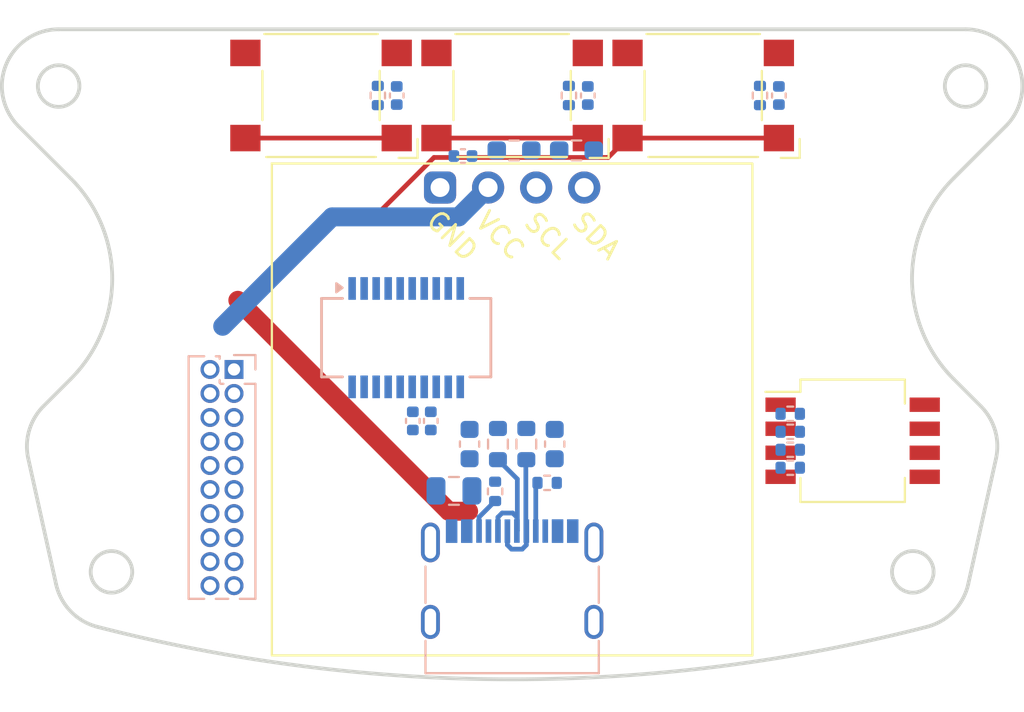
<source format=kicad_pcb>
(kicad_pcb (version 20221018) (generator pcbnew)
  (layers (0 "F.Cu" signal) (31 "B.Cu" signal) (34 "B.Paste" user) (35 "F.Paste" user) (36 "B.SilkS" user "B.Silkscreen") (37 "F.SilkS" user "F.Silkscreen") (38 "B.Mask" user) (39 "F.Mask" user) (44 "Edge.Cuts" user))
  (net 0 "")
  (net 1 "GNDD")
  (net 2 "VBUS")
  (net 3 "+3.3V")
  (net 4 "TactSW0")
  (net 5 "TactSW1")
  (net 6 "TactSW2")
  (net 7 "Net-(U3-3V3OUT)")
  (net 8 "Net-(C13-Pad1)")
  (net 9 "Net-(C14-Pad1)")
  (net 30 "Net-(J2-CC1)")
  (net 32 "Net-(J2-CC2)")
  (net 34 "I2C_SCL")
  (net 35 "I2C_SDA")
  (net 36 "DIPSW0")
  (net 37 "DIPSW1")
  (net 38 "DIPSW2")
  (net 39 "DIPSW3")
  (net 40 "Net-(U3-USBDP)")
  (net 41 "Net-(U3-USBDM)")
  (net 44 "TweWriteRX_TweTX")
  (net 49 "RST_Twe")
  (net 52 "PRG_Twe")
  (net 53 "TweWriteTX_TweRX")
  (footprint "Button_Switch_SMD:SW_DIP_SPSTx04_Slide_Copal_CHS-04B_W7.62mm_P1.27mm" (layer "F.Cu") (at 18 21.75)
    (fp_text reference "SW4" hide)
    (fp_text value "SW_DIP_x04")
    (fp_line (start -4.61 -2.585) (end -2.76 -2.585) (stroke (width 0.12)) (layer "F.SilkS"))
    (fp_line (start -2.76 -3.235) (end -2.76 -2.585) (stroke (width 0.12)) (layer "F.SilkS"))
    (fp_line (start -2.76 -3.235) (end 2.76 -3.235) (stroke (width 0.12)) (layer "F.SilkS"))
    (fp_line (start -2.76 1.965) (end -2.76 3.235) (stroke (width 0.12)) (layer "F.SilkS"))
    (fp_line (start -2.76 3.235) (end 2.76 3.235) (stroke (width 0.12)) (layer "F.SilkS"))
    (fp_line (start 2.76 -3.235) (end 2.76 -1.966) (stroke (width 0.12)) (layer "F.SilkS"))
    (fp_line (start 2.76 1.965) (end 2.76 3.235) (stroke (width 0.12)) (layer "F.SilkS"))
    (pad "1" smd rect (at -3.81 -1.905) (size 1.6 0.76) (layers "F.Cu" "F.Paste" "F.Mask") (net 36 "DIPSW0"))
    (pad "2" smd rect (at -3.81 -0.635) (size 1.6 0.76) (layers "F.Cu" "F.Paste" "F.Mask") (net 37 "DIPSW1"))
    (pad "3" smd rect (at -3.81 0.635) (size 1.6 0.76) (layers "F.Cu" "F.Paste" "F.Mask") (net 38 "DIPSW2"))
    (pad "4" smd rect (at -3.81 1.905) (size 1.6 0.76) (layers "F.Cu" "F.Paste" "F.Mask") (net 39 "DIPSW3"))
    (pad "5" smd rect (at 3.81 1.905) (size 1.6 0.76) (layers "F.Cu" "F.Paste" "F.Mask") (net 3 "+3.3V"))
    (pad "6" smd rect (at 3.81 0.635) (size 1.6 0.76) (layers "F.Cu" "F.Paste" "F.Mask") (net 3 "+3.3V"))
    (pad "7" smd rect (at 3.81 -0.635) (size 1.6 0.76) (layers "F.Cu" "F.Paste" "F.Mask") (net 3 "+3.3V"))
    (pad "8" smd rect (at 3.81 -1.905) (size 1.6 0.76) (layers "F.Cu" "F.Paste" "F.Mask") (net 3 "+3.3V"))
  )
  (footprint "Button_Switch_SMD:SW_SPST_Omron_B3FS-100xP" (layer "F.Cu") (at 10.1 3.5 180)
    (fp_text reference "SW3" hide)
    (fp_text value "SW_SPST")
    (fp_line (start -5.1 -3.3) (end -4.1 -3.3) (stroke (width 0.12)) (layer "F.SilkS"))
    (fp_line (start -5.1 -2.3) (end -5.1 -3.3) (stroke (width 0.12)) (layer "F.SilkS"))
    (fp_line (start -3.1 -1.3) (end -3.1 1.3) (stroke (width 0.12)) (layer "F.SilkS"))
    (fp_line (start 2.9 -3.25) (end -2.9 -3.25) (stroke (width 0.12)) (layer "F.SilkS"))
    (fp_line (start 3 3.25) (end -3 3.25) (stroke (width 0.12)) (layer "F.SilkS"))
    (fp_line (start 3.1 -1.3) (end 3.1 1.3) (stroke (width 0.12)) (layer "F.SilkS"))
    (pad "1" smd rect (at -4 -2.25) (size 1.6 1.4) (layers "F.Cu" "F.Paste" "F.Mask") (net 6 "TactSW2"))
    (pad "1" smd rect (at 4 -2.25) (size 1.6 1.4) (layers "F.Cu" "F.Paste" "F.Mask") (net 6 "TactSW2"))
    (pad "2" smd rect (at -4 2.25) (size 1.6 1.4) (layers "F.Cu" "F.Paste" "F.Mask") (net 3 "+3.3V"))
    (pad "2" smd rect (at 4 2.25) (size 1.6 1.4) (layers "F.Cu" "F.Paste" "F.Mask") (net 3 "+3.3V"))
  )
  (footprint "Button_Switch_SMD:SW_SPST_Omron_B3FS-100xP" (layer "F.Cu") (at 0 3.5 180)
    (fp_text reference "SW2" hide)
    (fp_text value "SW_SPST")
    (fp_line (start -5.1 -3.3) (end -4.1 -3.3) (stroke (width 0.12)) (layer "F.SilkS"))
    (fp_line (start -5.1 -2.3) (end -5.1 -3.3) (stroke (width 0.12)) (layer "F.SilkS"))
    (fp_line (start -3.1 -1.3) (end -3.1 1.3) (stroke (width 0.12)) (layer "F.SilkS"))
    (fp_line (start 2.9 -3.25) (end -2.9 -3.25) (stroke (width 0.12)) (layer "F.SilkS"))
    (fp_line (start 3 3.25) (end -3 3.25) (stroke (width 0.12)) (layer "F.SilkS"))
    (fp_line (start 3.1 -1.3) (end 3.1 1.3) (stroke (width 0.12)) (layer "F.SilkS"))
    (pad "1" smd rect (at -4 -2.25) (size 1.6 1.4) (layers "F.Cu" "F.Paste" "F.Mask") (net 5 "TactSW1"))
    (pad "1" smd rect (at 4 -2.25) (size 1.6 1.4) (layers "F.Cu" "F.Paste" "F.Mask") (net 5 "TactSW1"))
    (pad "2" smd rect (at -4 2.25) (size 1.6 1.4) (layers "F.Cu" "F.Paste" "F.Mask") (net 3 "+3.3V"))
    (pad "2" smd rect (at 4 2.25) (size 1.6 1.4) (layers "F.Cu" "F.Paste" "F.Mask") (net 3 "+3.3V"))
  )
  (footprint "Button_Switch_SMD:SW_SPST_Omron_B3FS-100xP" (layer "F.Cu") (at -10.1 3.5 180)
    (fp_text reference "SW1" hide)
    (fp_text value "SW_SPST")
    (fp_line (start -5.1 -3.3) (end -4.1 -3.3) (stroke (width 0.12)) (layer "F.SilkS"))
    (fp_line (start -5.1 -2.3) (end -5.1 -3.3) (stroke (width 0.12)) (layer "F.SilkS"))
    (fp_line (start -3.1 -1.3) (end -3.1 1.3) (stroke (width 0.12)) (layer "F.SilkS"))
    (fp_line (start 2.9 -3.25) (end -2.9 -3.25) (stroke (width 0.12)) (layer "F.SilkS"))
    (fp_line (start 3 3.25) (end -3 3.25) (stroke (width 0.12)) (layer "F.SilkS"))
    (fp_line (start 3.1 -1.3) (end 3.1 1.3) (stroke (width 0.12)) (layer "F.SilkS"))
    (pad "1" smd rect (at -4 -2.25) (size 1.6 1.4) (layers "F.Cu" "F.Paste" "F.Mask") (net 4 "TactSW0"))
    (pad "1" smd rect (at 4 -2.25) (size 1.6 1.4) (layers "F.Cu" "F.Paste" "F.Mask") (net 4 "TactSW0"))
    (pad "2" smd rect (at -4 2.25) (size 1.6 1.4) (layers "F.Cu" "F.Paste" "F.Mask") (net 3 "+3.3V"))
    (pad "2" smd rect (at 4 2.25) (size 1.6 1.4) (layers "F.Cu" "F.Paste" "F.Mask") (net 3 "+3.3V"))
  )
  (footprint "TomoshibiLibrary:Display_Aktk_128x68OLED_White" (layer "F.Cu") (at 0 7.095)
    (fp_text reference "U2" hide)
    (fp_text value "Display_Akzk_128x68OLED")
    (fp_text user "VCC" (at -0.635 3.81 -45 unlocked) (layer "F.SilkS"))
    (fp_text user "SCL" (at 1.905 3.81 -45 unlocked) (layer "F.SilkS"))
    (fp_text user "SDA" (at 4.445 3.81 -45 unlocked) (layer "F.SilkS"))
    (fp_text user "GND" (at -3.175 3.81 315 unlocked) (layer "F.SilkS"))
    (fp_rect (start -12.7 0) (end 12.7 26) (stroke (width 0.12)) (fill none) (layer "F.SilkS"))
    (pad "1" thru_hole roundrect (at -3.81 1.27) (size 1.7 1.7) (drill 1) (layers "*.Cu" "*.Mask") (net 1 "GNDD"))
    (pad "2" thru_hole circle (at -1.27 1.27) (size 1.7 1.7) (drill 1) (layers "*.Cu" "*.Mask") (net 3 "+3.3V"))
    (pad "3" thru_hole circle (at 1.27 1.27) (size 1.7 1.7) (drill 1) (layers "*.Cu" "*.Mask") (net 34 "I2C_SCL"))
    (pad "4" thru_hole circle (at 3.81 1.27) (size 1.7 1.7) (drill 1) (layers "*.Cu" "*.Mask") (net 35 "I2C_SDA"))
  )
  (footprint "Resistor_SMD:R_0402_1005Metric" (layer "B.Cu") (at 1.85 23.975 180)
    (fp_text reference "R5" hide)
    (fp_text value "5.1k")
    (fp_line (start -0.153641 -0.38) (end 0.153641 -0.38) (stroke (width 0.12)) (layer "B.SilkS"))
    (fp_line (start -0.153641 0.38) (end 0.153641 0.38) (stroke (width 0.12)) (layer "B.SilkS"))
    (pad "1" smd roundrect (at -0.51 0 180) (size 0.54 0.64) (layers "B.Cu" "B.Paste" "B.Mask") (net 1 "GNDD"))
    (pad "2" smd roundrect (at 0.51 0 180) (size 0.54 0.64) (layers "B.Cu" "B.Paste" "B.Mask") (net 30 "Net-(J2-CC1)"))
  )
  (footprint "Capacitor_SMD:C_0805_2012Metric" (layer "B.Cu") (at -3.075 24.4)
    (fp_text reference "C4" hide)
    (fp_text value "10uF")
    (fp_line (start -0.261252 -0.735) (end 0.261252 -0.735) (stroke (width 0.12)) (layer "B.SilkS"))
    (fp_line (start -0.261252 0.735) (end 0.261252 0.735) (stroke (width 0.12)) (layer "B.SilkS"))
    (pad "1" smd roundrect (at -0.95 0) (size 1 1.45) (layers "B.Cu" "B.Paste" "B.Mask") (net 1 "GNDD"))
    (pad "2" smd roundrect (at 0.95 0) (size 1 1.45) (layers "B.Cu" "B.Paste" "B.Mask") (net 2 "VBUS"))
  )
  (footprint "Capacitor_SMD:C_0402_1005Metric" (layer "B.Cu") (at -4.3 20.7 90)
    (fp_text reference "C9" hide)
    (fp_text value "0.1uF")
    (fp_line (start -0.107836 -0.36) (end 0.107836 -0.36) (stroke (width 0.12)) (layer "B.SilkS"))
    (fp_line (start -0.107836 0.36) (end 0.107836 0.36) (stroke (width 0.12)) (layer "B.SilkS"))
    (pad "1" smd roundrect (at -0.48 0 90) (size 0.56 0.62) (layers "B.Cu" "B.Paste" "B.Mask") (net 1 "GNDD"))
    (pad "2" smd roundrect (at 0.48 0 90) (size 0.56 0.62) (layers "B.Cu" "B.Paste" "B.Mask") (net 7 "Net-(U3-3V3OUT)"))
  )
  (footprint "Capacitor_SMD:C_0402_1005Metric" (layer "B.Cu") (at 4 3.5 -90)
    (fp_text reference "C6" hide)
    (fp_text value "0.1uF")
    (fp_line (start -0.107836 -0.36) (end 0.107836 -0.36) (stroke (width 0.12)) (layer "B.SilkS"))
    (fp_line (start -0.107836 0.36) (end 0.107836 0.36) (stroke (width 0.12)) (layer "B.SilkS"))
    (pad "1" smd roundrect (at -0.48 0 270) (size 0.56 0.62) (layers "B.Cu" "B.Paste" "B.Mask") (net 3 "+3.3V"))
    (pad "2" smd roundrect (at 0.48 0 270) (size 0.56 0.62) (layers "B.Cu" "B.Paste" "B.Mask") (net 5 "TactSW1"))
  )
  (footprint "Resistor_SMD:R_0402_1005Metric" (layer "B.Cu") (at 13.1 3.5 90)
    (fp_text reference "R14" hide)
    (fp_text value "10k")
    (fp_line (start -0.153641 -0.38) (end 0.153641 -0.38) (stroke (width 0.12)) (layer "B.SilkS"))
    (fp_line (start -0.153641 0.38) (end 0.153641 0.38) (stroke (width 0.12)) (layer "B.SilkS"))
    (pad "1" smd roundrect (at -0.51 0 90) (size 0.54 0.64) (layers "B.Cu" "B.Paste" "B.Mask") (net 6 "TactSW2"))
    (pad "2" smd roundrect (at 0.51 0 90) (size 0.54 0.64) (layers "B.Cu" "B.Paste" "B.Mask") (net 1 "GNDD"))
  )
  (footprint "Capacitor_SMD:C_0402_1005Metric" (layer "B.Cu") (at -2.6 6.7 180)
    (fp_text reference "C7" hide)
    (fp_text value "0.1uF")
    (fp_line (start -0.107836 -0.36) (end 0.107836 -0.36) (stroke (width 0.12)) (layer "B.SilkS"))
    (fp_line (start -0.107836 0.36) (end 0.107836 0.36) (stroke (width 0.12)) (layer "B.SilkS"))
    (pad "1" smd roundrect (at -0.48 0 180) (size 0.56 0.62) (layers "B.Cu" "B.Paste" "B.Mask") (net 3 "+3.3V"))
    (pad "2" smd roundrect (at 0.48 0 180) (size 0.56 0.62) (layers "B.Cu" "B.Paste" "B.Mask") (net 1 "GNDD"))
  )
  (footprint "Capacitor_SMD:C_0603_1608Metric" (layer "B.Cu") (at -2.25 21.925 90)
    (fp_text reference "C14" hide)
    (fp_text value "47pF")
    (fp_line (start -0.14058 -0.51) (end 0.14058 -0.51) (stroke (width 0.12)) (layer "B.SilkS"))
    (fp_line (start -0.14058 0.51) (end 0.14058 0.51) (stroke (width 0.12)) (layer "B.SilkS"))
    (pad "1" smd roundrect (at -0.775 0 90) (size 0.9 0.95) (layers "B.Cu" "B.Paste" "B.Mask") (net 9 "Net-(C14-Pad1)"))
    (pad "2" smd roundrect (at 0.775 0 90) (size 0.9 0.95) (layers "B.Cu" "B.Paste" "B.Mask") (net 1 "GNDD"))
  )
  (footprint "Package_SO:SSOP-20_3.9x8.7mm_P0.635mm" (layer "B.Cu") (at -5.6 16.3 -90)
    (fp_text reference "U3" hide)
    (fp_text value "FT231XS")
    (fp_line (start -2.075 -4.475) (end -2.075 -3.365) (stroke (width 0.15)) (layer "B.SilkS"))
    (fp_line (start -2.075 -4.475) (end 2.075 -4.475) (stroke (width 0.15)) (layer "B.SilkS"))
    (fp_line (start -2.075 3.365) (end -2.075 4.475) (stroke (width 0.15)) (layer "B.SilkS"))
    (fp_line (start -2.075 4.475) (end 2.075 4.475) (stroke (width 0.15)) (layer "B.SilkS"))
    (fp_line (start 2.075 -4.475) (end 2.075 -3.365) (stroke (width 0.15)) (layer "B.SilkS"))
    (fp_line (start 2.075 4.475) (end 2.075 3.365) (stroke (width 0.15)) (layer "B.SilkS"))
    (fp_poly (pts (xy -2.6375 3.365) (xy -2.8775 3.695) (xy -2.3975 3.695) (xy -2.6375 3.365)) (stroke (width 0.12)) (fill solid) (layer "B.SilkS"))
    (pad "1" smd rect (at -2.6 2.8575 270) (size 1.2 0.4) (layers "B.Cu" "B.Paste" "B.Mask"))
    (pad "2" smd rect (at -2.6 2.2225 270) (size 1.2 0.4) (layers "B.Cu" "B.Paste" "B.Mask"))
    (pad "3" smd rect (at -2.6 1.5875 270) (size 1.2 0.4) (layers "B.Cu" "B.Paste" "B.Mask") (net 7 "Net-(U3-3V3OUT)"))
    (pad "4" smd rect (at -2.6 0.9525 270) (size 1.2 0.4) (layers "B.Cu" "B.Paste" "B.Mask") (net 44 "TweWriteRX_TweTX"))
    (pad "5" smd rect (at -2.6 0.3175 270) (size 1.2 0.4) (layers "B.Cu" "B.Paste" "B.Mask"))
    (pad "6" smd rect (at -2.6 -0.3175 270) (size 1.2 0.4) (layers "B.Cu" "B.Paste" "B.Mask") (net 1 "GNDD"))
    (pad "7" smd rect (at -2.6 -0.9525 270) (size 1.2 0.4) (layers "B.Cu" "B.Paste" "B.Mask"))
    (pad "8" smd rect (at -2.6 -1.5875 270) (size 1.2 0.4) (layers "B.Cu" "B.Paste" "B.Mask"))
    (pad "9" smd rect (at -2.6 -2.2225 270) (size 1.2 0.4) (layers "B.Cu" "B.Paste" "B.Mask"))
    (pad "10" smd rect (at -2.6 -2.8575 270) (size 1.2 0.4) (layers "B.Cu" "B.Paste" "B.Mask") (net 49 "RST_Twe"))
    (pad "11" smd rect (at 2.6 -2.8575 270) (size 1.2 0.4) (layers "B.Cu" "B.Paste" "B.Mask") (net 40 "Net-(U3-USBDP)"))
    (pad "12" smd rect (at 2.6 -2.2225 270) (size 1.2 0.4) (layers "B.Cu" "B.Paste" "B.Mask") (net 41 "Net-(U3-USBDM)"))
    (pad "13" smd rect (at 2.6 -1.5875 270) (size 1.2 0.4) (layers "B.Cu" "B.Paste" "B.Mask") (net 7 "Net-(U3-3V3OUT)"))
    (pad "14" smd rect (at 2.6 -0.9525 270) (size 1.2 0.4) (layers "B.Cu" "B.Paste" "B.Mask") (net 7 "Net-(U3-3V3OUT)"))
    (pad "15" smd rect (at 2.6 -0.3175 270) (size 1.2 0.4) (layers "B.Cu" "B.Paste" "B.Mask") (net 2 "VBUS"))
    (pad "16" smd rect (at 2.6 0.3175 270) (size 1.2 0.4) (layers "B.Cu" "B.Paste" "B.Mask") (net 1 "GNDD"))
    (pad "17" smd rect (at 2.6 0.9525 270) (size 1.2 0.4) (layers "B.Cu" "B.Paste" "B.Mask"))
    (pad "18" smd rect (at 2.6 1.5875 270) (size 1.2 0.4) (layers "B.Cu" "B.Paste" "B.Mask"))
    (pad "19" smd rect (at 2.6 2.2225 270) (size 1.2 0.4) (layers "B.Cu" "B.Paste" "B.Mask") (net 52 "PRG_Twe"))
    (pad "20" smd rect (at 2.6 2.8575 270) (size 1.2 0.4) (layers "B.Cu" "B.Paste" "B.Mask") (net 53 "TweWriteTX_TweRX"))
  )
  (footprint "Resistor_SMD:R_0402_1005Metric" (layer "B.Cu") (at 14.7 21.275 180)
    (fp_text reference "R9" hide)
    (fp_text value "10k")
    (fp_line (start -0.153641 -0.38) (end 0.153641 -0.38) (stroke (width 0.12)) (layer "B.SilkS"))
    (fp_line (start -0.153641 0.38) (end 0.153641 0.38) (stroke (width 0.12)) (layer "B.SilkS"))
    (pad "1" smd roundrect (at -0.51 0 180) (size 0.54 0.64) (layers "B.Cu" "B.Paste" "B.Mask") (net 1 "GNDD"))
    (pad "2" smd roundrect (at 0.51 0 180) (size 0.54 0.64) (layers "B.Cu" "B.Paste" "B.Mask") (net 37 "DIPSW1"))
  )
  (footprint "Resistor_SMD:R_0402_1005Metric" (layer "B.Cu") (at 14.7 22.225 180)
    (fp_text reference "R10" hide)
    (fp_text value "10k")
    (fp_line (start -0.153641 -0.38) (end 0.153641 -0.38) (stroke (width 0.12)) (layer "B.SilkS"))
    (fp_line (start -0.153641 0.38) (end 0.153641 0.38) (stroke (width 0.12)) (layer "B.SilkS"))
    (pad "1" smd roundrect (at -0.51 0 180) (size 0.54 0.64) (layers "B.Cu" "B.Paste" "B.Mask") (net 1 "GNDD"))
    (pad "2" smd roundrect (at 0.51 0 180) (size 0.54 0.64) (layers "B.Cu" "B.Paste" "B.Mask") (net 38 "DIPSW2"))
  )
  (footprint "Resistor_SMD:R_0402_1005Metric" (layer "B.Cu") (at 14.7 20.325 180)
    (fp_text reference "R8" hide)
    (fp_text value "10k")
    (fp_line (start -0.153641 -0.38) (end 0.153641 -0.38) (stroke (width 0.12)) (layer "B.SilkS"))
    (fp_line (start -0.153641 0.38) (end 0.153641 0.38) (stroke (width 0.12)) (layer "B.SilkS"))
    (pad "1" smd roundrect (at -0.51 0 180) (size 0.54 0.64) (layers "B.Cu" "B.Paste" "B.Mask") (net 1 "GNDD"))
    (pad "2" smd roundrect (at 0.51 0 180) (size 0.54 0.64) (layers "B.Cu" "B.Paste" "B.Mask") (net 36 "DIPSW0"))
  )
  (footprint "Resistor_SMD:R_0402_1005Metric" (layer "B.Cu") (at -7.1 3.5 90)
    (fp_text reference "R12" hide)
    (fp_text value "10k")
    (fp_line (start -0.153641 -0.38) (end 0.153641 -0.38) (stroke (width 0.12)) (layer "B.SilkS"))
    (fp_line (start -0.153641 0.38) (end 0.153641 0.38) (stroke (width 0.12)) (layer "B.SilkS"))
    (pad "1" smd roundrect (at -0.51 0 90) (size 0.54 0.64) (layers "B.Cu" "B.Paste" "B.Mask") (net 4 "TactSW0"))
    (pad "2" smd roundrect (at 0.51 0 90) (size 0.54 0.64) (layers "B.Cu" "B.Paste" "B.Mask") (net 1 "GNDD"))
  )
  (footprint "Resistor_SMD:R_0402_1005Metric" (layer "B.Cu") (at -0.9 24.425 -90)
    (fp_text reference "R4" hide)
    (fp_text value "5.1k")
    (fp_line (start -0.153641 -0.38) (end 0.153641 -0.38) (stroke (width 0.12)) (layer "B.SilkS"))
    (fp_line (start -0.153641 0.38) (end 0.153641 0.38) (stroke (width 0.12)) (layer "B.SilkS"))
    (pad "1" smd roundrect (at -0.51 0 270) (size 0.54 0.64) (layers "B.Cu" "B.Paste" "B.Mask") (net 1 "GNDD"))
    (pad "2" smd roundrect (at 0.51 0 270) (size 0.54 0.64) (layers "B.Cu" "B.Paste" "B.Mask") (net 32 "Net-(J2-CC2)"))
  )
  (footprint "Resistor_SMD:R_0402_1005Metric" (layer "B.Cu") (at 3 3.5 90)
    (fp_text reference "R13" hide)
    (fp_text value "10k")
    (fp_line (start -0.153641 -0.38) (end 0.153641 -0.38) (stroke (width 0.12)) (layer "B.SilkS"))
    (fp_line (start -0.153641 0.38) (end 0.153641 0.38) (stroke (width 0.12)) (layer "B.SilkS"))
    (pad "1" smd roundrect (at -0.51 0 90) (size 0.54 0.64) (layers "B.Cu" "B.Paste" "B.Mask") (net 5 "TactSW1"))
    (pad "2" smd roundrect (at 0.51 0 90) (size 0.54 0.64) (layers "B.Cu" "B.Paste" "B.Mask") (net 1 "GNDD"))
  )
  (footprint "Capacitor_SMD:C_0402_1005Metric" (layer "B.Cu") (at -6.1 3.5 -90)
    (fp_text reference "C5" hide)
    (fp_text value "0.1uF")
    (fp_line (start -0.107836 -0.36) (end 0.107836 -0.36) (stroke (width 0.12)) (layer "B.SilkS"))
    (fp_line (start -0.107836 0.36) (end 0.107836 0.36) (stroke (width 0.12)) (layer "B.SilkS"))
    (pad "1" smd roundrect (at -0.48 0 270) (size 0.56 0.62) (layers "B.Cu" "B.Paste" "B.Mask") (net 3 "+3.3V"))
    (pad "2" smd roundrect (at 0.48 0 270) (size 0.56 0.62) (layers "B.Cu" "B.Paste" "B.Mask") (net 4 "TactSW0"))
  )
  (footprint "Capacitor_SMD:C_0402_1005Metric" (layer "B.Cu") (at 14.1 3.5 -90)
    (fp_text reference "C8" hide)
    (fp_text value "0.1uF")
    (fp_line (start -0.107836 -0.36) (end 0.107836 -0.36) (stroke (width 0.12)) (layer "B.SilkS"))
    (fp_line (start -0.107836 0.36) (end 0.107836 0.36) (stroke (width 0.12)) (layer "B.SilkS"))
    (pad "1" smd roundrect (at -0.48 0 270) (size 0.56 0.62) (layers "B.Cu" "B.Paste" "B.Mask") (net 3 "+3.3V"))
    (pad "2" smd roundrect (at 0.48 0 270) (size 0.56 0.62) (layers "B.Cu" "B.Paste" "B.Mask") (net 6 "TactSW2"))
  )
  (footprint "Resistor_SMD:R_0603_1608Metric_Pad0.98x0.95mm_HandSolder" (layer "B.Cu") (at 0.1 6.4)
    (fp_text reference "R6" hide)
    (fp_text value "PullUP")
    (fp_line (start -0.254724 -0.5225) (end 0.254724 -0.5225) (stroke (width 0.12)) (layer "B.SilkS"))
    (fp_line (start -0.254724 0.5225) (end 0.254724 0.5225) (stroke (width 0.12)) (layer "B.SilkS"))
    (pad "1" smd roundrect (at -0.9125 0) (size 0.975 0.95) (layers "B.Cu" "B.Paste" "B.Mask") (net 3 "+3.3V"))
    (pad "2" smd roundrect (at 0.9125 0) (size 0.975 0.95) (layers "B.Cu" "B.Paste" "B.Mask") (net 34 "I2C_SCL"))
  )
  (footprint "Capacitor_SMD:C_0603_1608Metric" (layer "B.Cu") (at 2.25 21.925 90)
    (fp_text reference "C13" hide)
    (fp_text value "47pF")
    (fp_line (start -0.14058 -0.51) (end 0.14058 -0.51) (stroke (width 0.12)) (layer "B.SilkS"))
    (fp_line (start -0.14058 0.51) (end 0.14058 0.51) (stroke (width 0.12)) (layer "B.SilkS"))
    (pad "1" smd roundrect (at -0.775 0 90) (size 0.9 0.95) (layers "B.Cu" "B.Paste" "B.Mask") (net 8 "Net-(C13-Pad1)"))
    (pad "2" smd roundrect (at 0.775 0 90) (size 0.9 0.95) (layers "B.Cu" "B.Paste" "B.Mask") (net 1 "GNDD"))
  )
  (footprint "Resistor_SMD:R_0603_1608Metric_Pad0.98x0.95mm_HandSolder" (layer "B.Cu") (at 3.4 6.4)
    (fp_text reference "R7" hide)
    (fp_text value "PullUP")
    (fp_line (start -0.254724 -0.5225) (end 0.254724 -0.5225) (stroke (width 0.12)) (layer "B.SilkS"))
    (fp_line (start -0.254724 0.5225) (end 0.254724 0.5225) (stroke (width 0.12)) (layer "B.SilkS"))
    (pad "1" smd roundrect (at -0.9125 0) (size 0.975 0.95) (layers "B.Cu" "B.Paste" "B.Mask") (net 3 "+3.3V"))
    (pad "2" smd roundrect (at 0.9125 0) (size 0.975 0.95) (layers "B.Cu" "B.Paste" "B.Mask") (net 35 "I2C_SDA"))
  )
  (footprint "Capacitor_SMD:C_0402_1005Metric" (layer "B.Cu") (at -5.25 20.7 -90)
    (fp_text reference "C10" hide)
    (fp_text value "0.1uF")
    (fp_line (start -0.107836 -0.36) (end 0.107836 -0.36) (stroke (width 0.12)) (layer "B.SilkS"))
    (fp_line (start -0.107836 0.36) (end 0.107836 0.36) (stroke (width 0.12)) (layer "B.SilkS"))
    (pad "1" smd roundrect (at -0.48 0 270) (size 0.56 0.62) (layers "B.Cu" "B.Paste" "B.Mask") (net 2 "VBUS"))
    (pad "2" smd roundrect (at 0.48 0 270) (size 0.56 0.62) (layers "B.Cu" "B.Paste" "B.Mask") (net 1 "GNDD"))
  )
  (footprint "Resistor_SMD:R_0402_1005Metric" (layer "B.Cu") (at 14.7 23.175 180)
    (fp_text reference "R11" hide)
    (fp_text value "10k")
    (fp_line (start -0.153641 -0.38) (end 0.153641 -0.38) (stroke (width 0.12)) (layer "B.SilkS"))
    (fp_line (start -0.153641 0.38) (end 0.153641 0.38) (stroke (width 0.12)) (layer "B.SilkS"))
    (pad "1" smd roundrect (at -0.51 0 180) (size 0.54 0.64) (layers "B.Cu" "B.Paste" "B.Mask") (net 1 "GNDD"))
    (pad "2" smd roundrect (at 0.51 0 180) (size 0.54 0.64) (layers "B.Cu" "B.Paste" "B.Mask") (net 39 "DIPSW3"))
  )
  (footprint "Connector_USB:USB_C_Receptacle_G-Switch_GT-USB-7010ASV" (layer "B.Cu") (at 0 30.25 180)
    (fp_text reference "J2" hide)
    (fp_text value "USB_C_Receptacle_USB2.0")
    (fp_line (start -4.58 -3.785) (end -4.58 -2.08) (stroke (width 0.12)) (layer "B.SilkS"))
    (fp_line (start -4.58 1.85) (end -4.58 -0.07) (stroke (width 0.12)) (layer "B.SilkS"))
    (fp_line (start 4.58 -3.785) (end -4.58 -3.785) (stroke (width 0.12)) (layer "B.SilkS"))
    (fp_line (start 4.58 -2.08) (end 4.58 -3.785) (stroke (width 0.12)) (layer "B.SilkS"))
    (fp_line (start 4.58 -0.07) (end 4.58 1.85) (stroke (width 0.12)) (layer "B.SilkS"))
    (pad "" np_thru_hole circle (at -2.89 2.605 180) (size 0.65 0.65) (drill 0.65) (layers "*.Cu" "*.Mask"))
    (pad "" np_thru_hole circle (at 2.89 2.605 180) (size 0.65 0.65) (drill 0.65) (layers "*.Cu" "*.Mask"))
    (pad "A1" smd rect (at -3.2 3.725 180) (size 0.6 1.24) (layers "B.Cu" "B.Paste" "B.Mask") (net 1 "GNDD"))
    (pad "A4" smd rect (at -2.4 3.725 180) (size 0.6 1.24) (layers "B.Cu" "B.Paste" "B.Mask") (net 2 "VBUS"))
    (pad "A5" smd rect (at -1.25 3.725 180) (size 0.3 1.24) (layers "B.Cu" "B.Paste" "B.Mask") (net 30 "Net-(J2-CC1)"))
    (pad "A6" smd rect (at -0.25 3.725 180) (size 0.3 1.24) (layers "B.Cu" "B.Paste" "B.Mask") (net 9 "Net-(C14-Pad1)"))
    (pad "A7" smd rect (at 0.25 3.725 180) (size 0.3 1.24) (layers "B.Cu" "B.Paste" "B.Mask") (net 8 "Net-(C13-Pad1)"))
    (pad "A8" smd rect (at 1.25 3.725 180) (size 0.3 1.24) (layers "B.Cu" "B.Paste" "B.Mask"))
    (pad "A9" smd rect (at 2.4 3.725 180) (size 0.6 1.24) (layers "B.Cu" "B.Paste" "B.Mask") (net 2 "VBUS"))
    (pad "A12" smd rect (at 3.2 3.725 180) (size 0.6 1.24) (layers "B.Cu" "B.Paste" "B.Mask") (net 1 "GNDD"))
    (pad "B1" smd rect (at 3.2 3.725 180) (size 0.6 1.24) (layers "B.Cu" "B.Paste" "B.Mask") (net 1 "GNDD"))
    (pad "B4" smd rect (at 2.4 3.725 180) (size 0.6 1.24) (layers "B.Cu" "B.Paste" "B.Mask") (net 2 "VBUS"))
    (pad "B5" smd rect (at 1.75 3.725 180) (size 0.3 1.24) (layers "B.Cu" "B.Paste" "B.Mask") (net 32 "Net-(J2-CC2)"))
    (pad "B6" smd rect (at 0.75 3.725 180) (size 0.3 1.24) (layers "B.Cu" "B.Paste" "B.Mask") (net 9 "Net-(C14-Pad1)"))
    (pad "B7" smd rect (at -0.75 3.725 180) (size 0.3 1.24) (layers "B.Cu" "B.Paste" "B.Mask") (net 8 "Net-(C13-Pad1)"))
    (pad "B8" smd rect (at -1.75 3.725 180) (size 0.3 1.24) (layers "B.Cu" "B.Paste" "B.Mask"))
    (pad "B9" smd rect (at -2.4 3.725 180) (size 0.6 1.24) (layers "B.Cu" "B.Paste" "B.Mask") (net 2 "VBUS"))
    (pad "B12" smd rect (at -3.2 3.725 180) (size 0.6 1.24) (layers "B.Cu" "B.Paste" "B.Mask") (net 1 "GNDD"))
    (pad "S1" thru_hole oval (at -4.32 -1.075 180) (size 1 1.8) (drill oval 0.6 1.4) (layers "*.Cu" "*.Mask") (net 1 "GNDD"))
    (pad "S1" thru_hole oval (at -4.32 3.125 180) (size 1 2.1) (drill oval 0.6 1.7) (layers "*.Cu" "*.Mask") (net 1 "GNDD"))
    (pad "S1" thru_hole oval (at 4.32 -1.075 180) (size 1 1.8) (drill oval 0.6 1.4) (layers "*.Cu" "*.Mask") (net 1 "GNDD"))
    (pad "S1" thru_hole oval (at 4.32 3.125 180) (size 1 2.1) (drill oval 0.6 1.7) (layers "*.Cu" "*.Mask") (net 1 "GNDD"))
  )
  (footprint "Connector_PinHeader_1.27mm:PinHeader_2x10_P1.27mm_Vertical" (layer "B.Cu") (at -14.7 17.98 180)
    (fp_text reference "J1" hide)
    (fp_text value "Conn_02x10_Odd_Even")
    (fp_line (start -1.13 -12.125) (end -0.30753 -12.125) (stroke (width 0.12)) (layer "B.SilkS"))
    (fp_line (start -1.13 -0.76) (end -1.13 -12.125) (stroke (width 0.12)) (layer "B.SilkS"))
    (fp_line (start -1.13 -0.76) (end -0.563471 -0.76) (stroke (width 0.12)) (layer "B.SilkS"))
    (fp_line (start -1.13 0) (end -1.13 0.76) (stroke (width 0.12)) (layer "B.SilkS"))
    (fp_line (start -1.13 0.76) (end 0 0.76) (stroke (width 0.12)) (layer "B.SilkS"))
    (fp_line (start 0.30753 -12.125) (end 0.96247 -12.125) (stroke (width 0.12)) (layer "B.SilkS"))
    (fp_line (start 0.563471 -0.76) (end 0.706529 -0.76) (stroke (width 0.12)) (layer "B.SilkS"))
    (fp_line (start 0.76 -0.706529) (end 0.76 -0.563471) (stroke (width 0.12)) (layer "B.SilkS"))
    (fp_line (start 0.76 0.563471) (end 0.76 0.695) (stroke (width 0.12)) (layer "B.SilkS"))
    (fp_line (start 0.76 0.695) (end 0.96247 0.695) (stroke (width 0.12)) (layer "B.SilkS"))
    (fp_line (start 1.57753 -12.125) (end 2.4 -12.125) (stroke (width 0.12)) (layer "B.SilkS"))
    (fp_line (start 1.57753 0.695) (end 2.4 0.695) (stroke (width 0.12)) (layer "B.SilkS"))
    (fp_line (start 2.4 0.695) (end 2.4 -12.125) (stroke (width 0.12)) (layer "B.SilkS"))
    (pad "1" thru_hole rect (at 0 0 180) (size 1 1) (drill 0.65) (layers "*.Cu" "*.Mask"))
    (pad "2" thru_hole oval (at 1.27 0 180) (size 1 1) (drill 0.65) (layers "*.Cu" "*.Mask"))
    (pad "3" thru_hole oval (at 0 -1.27 180) (size 1 1) (drill 0.65) (layers "*.Cu" "*.Mask"))
    (pad "4" thru_hole oval (at 1.27 -1.27 180) (size 1 1) (drill 0.65) (layers "*.Cu" "*.Mask"))
    (pad "5" thru_hole oval (at 0 -2.54 180) (size 1 1) (drill 0.65) (layers "*.Cu" "*.Mask"))
    (pad "6" thru_hole oval (at 1.27 -2.54 180) (size 1 1) (drill 0.65) (layers "*.Cu" "*.Mask"))
    (pad "7" thru_hole oval (at 0 -3.81 180) (size 1 1) (drill 0.65) (layers "*.Cu" "*.Mask"))
    (pad "8" thru_hole oval (at 1.27 -3.81 180) (size 1 1) (drill 0.65) (layers "*.Cu" "*.Mask"))
    (pad "9" thru_hole oval (at 0 -5.08 180) (size 1 1) (drill 0.65) (layers "*.Cu" "*.Mask"))
    (pad "10" thru_hole oval (at 1.27 -5.08 180) (size 1 1) (drill 0.65) (layers "*.Cu" "*.Mask"))
    (pad "11" thru_hole oval (at 0 -6.35 180) (size 1 1) (drill 0.65) (layers "*.Cu" "*.Mask"))
    (pad "12" thru_hole oval (at 1.27 -6.35 180) (size 1 1) (drill 0.65) (layers "*.Cu" "*.Mask"))
    (pad "13" thru_hole oval (at 0 -7.62 180) (size 1 1) (drill 0.65) (layers "*.Cu" "*.Mask"))
    (pad "14" thru_hole oval (at 1.27 -7.62 180) (size 1 1) (drill 0.65) (layers "*.Cu" "*.Mask"))
    (pad "15" thru_hole oval (at 0 -8.89 180) (size 1 1) (drill 0.65) (layers "*.Cu" "*.Mask"))
    (pad "16" thru_hole oval (at 1.27 -8.89 180) (size 1 1) (drill 0.65) (layers "*.Cu" "*.Mask"))
    (pad "17" thru_hole oval (at 0 -10.16 180) (size 1 1) (drill 0.65) (layers "*.Cu" "*.Mask"))
    (pad "18" thru_hole oval (at 1.27 -10.16 180) (size 1 1) (drill 0.65) (layers "*.Cu" "*.Mask"))
    (pad "19" thru_hole oval (at 0 -11.43 180) (size 1 1) (drill 0.65) (layers "*.Cu" "*.Mask"))
    (pad "20" thru_hole oval (at 1.27 -11.43 180) (size 1 1) (drill 0.65) (layers "*.Cu" "*.Mask"))
  )
  (footprint "Resistor_SMD:R_0603_1608Metric" (layer "B.Cu") (at -0.75 21.925 -90)
    (fp_text reference "R18" hide)
    (fp_text value "33")
    (fp_line (start -0.237258 -0.5225) (end 0.237258 -0.5225) (stroke (width 0.12)) (layer "B.SilkS"))
    (fp_line (start -0.237258 0.5225) (end 0.237258 0.5225) (stroke (width 0.12)) (layer "B.SilkS"))
    (pad "1" smd roundrect (at -0.825 0 270) (size 0.8 0.95) (layers "B.Cu" "B.Paste" "B.Mask") (net 40 "Net-(U3-USBDP)"))
    (pad "2" smd roundrect (at 0.825 0 270) (size 0.8 0.95) (layers "B.Cu" "B.Paste" "B.Mask") (net 9 "Net-(C14-Pad1)"))
  )
  (footprint "Resistor_SMD:R_0603_1608Metric" (layer "B.Cu") (at 0.75 21.925 -90)
    (fp_text reference "R19" hide)
    (fp_text value "33")
    (fp_line (start -0.237258 -0.5225) (end 0.237258 -0.5225) (stroke (width 0.12)) (layer "B.SilkS"))
    (fp_line (start -0.237258 0.5225) (end 0.237258 0.5225) (stroke (width 0.12)) (layer "B.SilkS"))
    (pad "1" smd roundrect (at -0.825 0 270) (size 0.8 0.95) (layers "B.Cu" "B.Paste" "B.Mask") (net 41 "Net-(U3-USBDM)"))
    (pad "2" smd roundrect (at 0.825 0 270) (size 0.8 0.95) (layers "B.Cu" "B.Paste" "B.Mask") (net 8 "Net-(C13-Pad1)"))
  )
  (gr_circle (center 23.97092 3) (end 23.97092 4.1) (stroke (width 0.2)) (fill none) (layer "Edge.Cuts"))
  (gr_arc (start -25.577091 22.689934) (mid -25.527937 21.201697) (end -24.76928 19.920395) (stroke (width 0.2)) (layer "Edge.Cuts"))
  (gr_circle (center -23.97092 3) (end -23.97092 4.1) (stroke (width 0.2)) (fill none) (layer "Edge.Cuts"))
  (gr_arc (start 23.97092 0) (mid 26.742556 1.851949) (end 26.09224 5.121321) (stroke (width 0.2)) (layer "Edge.Cuts"))
  (gr_arc (start -21.926396 31.585351) (mid -23.33601 30.764893) (end -24.108037 29.328186) (stroke (width 0.2)) (layer "Edge.Cuts"))
  (gr_arc (start -23.334524 7.879037) (mid -21.137824 13.182338) (end -23.334524 18.485639) (stroke (width 0.2)) (layer "Edge.Cuts"))
  (gr_circle (center -21.178905 28.679967) (end -21.178905 29.779967) (stroke (width 0.2)) (fill none) (layer "Edge.Cuts"))
  (gr_line (start 24.108037 29.328186) (end 25.577091 22.689934) (stroke (width 0.2)) (layer "Edge.Cuts"))
  (gr_circle (center 21.178905 28.679967) (end 21.178905 29.779967) (stroke (width 0.2)) (fill none) (layer "Edge.Cuts"))
  (gr_line (start 23.334524 7.879037) (end 26.09224 5.121321) (stroke (width 0.2)) (layer "Edge.Cuts"))
  (gr_line (start 24.76928 19.920395) (end 23.334524 18.485639) (stroke (width 0.2)) (layer "Edge.Cuts"))
  (gr_arc (start 24.76928 19.920395) (mid 25.527976 21.201686) (end 25.577091 22.689934) (stroke (width 0.2)) (layer "Edge.Cuts"))
  (gr_line (start 23.97092 0) (end -23.97092 0) (stroke (width 0.2)) (layer "Edge.Cuts"))
  (gr_arc (start -26.09224 5.121321) (mid -26.742561 1.851947) (end -23.97092 0) (stroke (width 0.2)) (layer "Edge.Cuts"))
  (gr_line (start -23.334524 18.485639) (end -24.76928 19.920395) (stroke (width 0.2)) (layer "Edge.Cuts"))
  (gr_arc (start 24.108037 29.328186) (mid 23.336002 30.764885) (end 21.926396 31.585351) (stroke (width 0.2)) (layer "Edge.Cuts"))
  (gr_arc (start 23.334524 18.485639) (mid 21.137826 13.182338) (end 23.334524 7.879037) (stroke (width 0.2)) (layer "Edge.Cuts"))
  (gr_arc (start 21.926396 31.585351) (mid 0 34.360747) (end -21.926396 31.585351) (stroke (width 0.2)) (layer "Edge.Cuts"))
  (gr_line (start -26.09224 5.121321) (end -23.334524 7.879037) (stroke (width 0.2)) (layer "Edge.Cuts"))
  (gr_line (start -25.577091 22.689934) (end -24.108037 29.328186) (stroke (width 0.2)) (layer "Edge.Cuts"))
  (segment (start -2.3 25.475) (end -3.35 25.475) (width 1) (layer "F.Cu") (net 0))
  (segment (start -3.35 25.475) (end -14.5 14.325) (width 1) (layer "F.Cu") (net 0))
  (segment (start -2.82 9.915) (end -9.515 9.915) (width 1) (layer "B.Cu") (net 3))
  (segment (start -9.515 9.915) (end -15.3 15.7) (width 1) (layer "B.Cu") (net 3))
  (segment (start -1.27 8.365) (end -2.82 9.915) (width 1) (layer "B.Cu") (net 3))
  (segment (start -6.1 5.75) (end -14.1 5.75) (width 0.25) (layer "F.Cu") (net 4))
  (segment (start -4 5.75) (end 4 5.75) (width 0.25) (layer "F.Cu") (net 5))
  (segment (start 6.1 5.75) (end 5.075 6.775) (width 0.25) (layer "F.Cu") (net 6))
  (segment (start 6.1 5.75) (end 14.1 5.75) (width 0.25) (layer "F.Cu") (net 6))
  (segment (start 5.075 6.775) (end -4.13066 6.775) (width 0.25) (layer "F.Cu") (net 6))
  (segment (start -4.13066 6.775) (end -7.275 9.91934) (width 0.25) (layer "F.Cu") (net 6))
  (segment (start -0.25 26.525) (end -0.25 27.26) (width 0.25) (layer "B.Cu") (net 8))
  (segment (start -0.25 27.26) (end -0.03 27.48) (width 0.25) (layer "B.Cu") (net 8))
  (segment (start 0.75 26.525) (end 0.725 26.5) (width 0.25) (layer "B.Cu") (net 8))
  (segment (start 0.75 27.26) (end 0.75 26.525) (width 0.25) (layer "B.Cu") (net 8))
  (segment (start 0.53 27.48) (end 0.75 27.26) (width 0.25) (layer "B.Cu") (net 8))
  (segment (start -0.03 27.48) (end 0.53 27.48) (width 0.25) (layer "B.Cu") (net 8))
  (segment (start 0.725 22.775) (end 0.75 22.75) (width 0.25) (layer "B.Cu") (net 8))
  (segment (start 0.725 26.5) (end 0.725 22.775) (width 0.25) (layer "B.Cu") (net 8))
  (segment (start 0.275 23.775) (end -0.75 22.75) (width 0.25) (layer "B.Cu") (net 9))
  (segment (start -0.75 25.79) (end -0.53 25.57) (width 0.25) (layer "B.Cu") (net 9))
  (segment (start 0.25 25.79) (end 0.25 26.525) (width 0.25) (layer "B.Cu") (net 9))
  (segment (start -0.53 25.57) (end 0.03 25.57) (width 0.25) (layer "B.Cu") (net 9))
  (segment (start 0.25 26.525) (end 0.275 26.5) (width 0.25) (layer "B.Cu") (net 9))
  (segment (start -0.75 26.525) (end -0.75 25.79) (width 0.25) (layer "B.Cu") (net 9))
  (segment (start 0.275 26.5) (end 0.275 23.775) (width 0.25) (layer "B.Cu") (net 9))
  (segment (start 0.03 25.57) (end 0.25 25.79) (width 0.25) (layer "B.Cu") (net 9))
  (segment (start 1.25 26.525) (end 1.25 24.065) (width 0.25) (layer "B.Cu") (net 30))
  (segment (start 1.25 24.065) (end 1.34 23.975) (width 0.25) (layer "B.Cu") (net 30))
  (segment (start -1.75 25.785) (end -0.9 24.935) (width 0.25) (layer "B.Cu") (net 32))
  (segment (start -1.75 26.525) (end -1.75 25.785) (width 0.25) (layer "B.Cu") (net 32))
)
</source>
